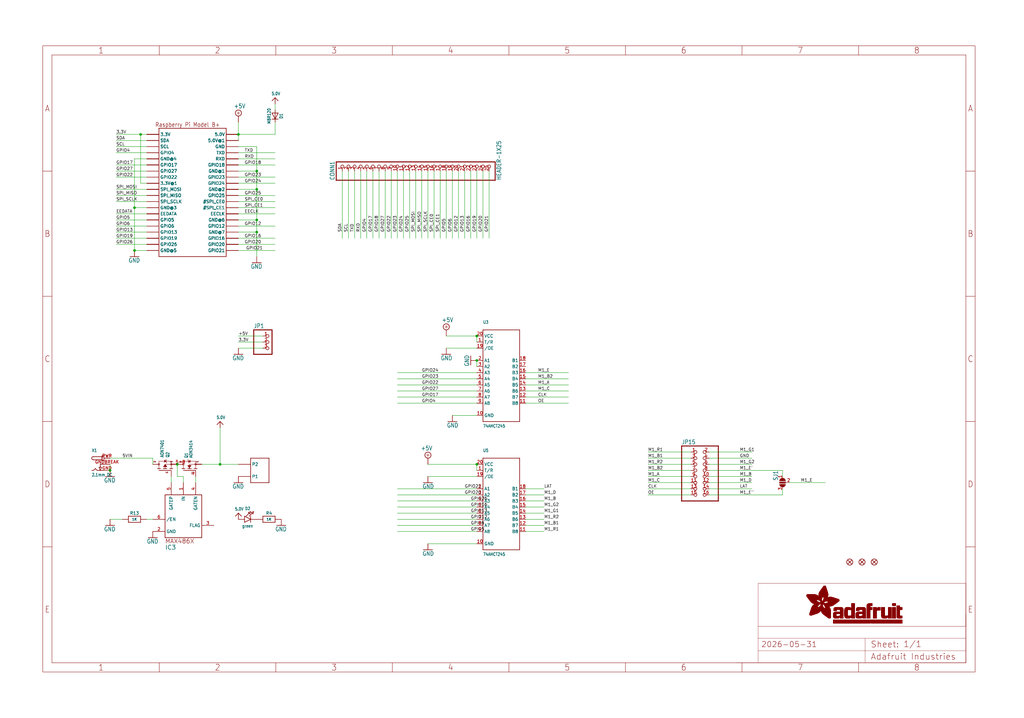
<source format=kicad_sch>
(kicad_sch (version 20230121) (generator eeschema)
  (paper "User" 425.45 298.602)
  (lib_symbols
    (symbol "working-eagle-import:+5V" (power)
      (property "Value" "+5V" (at -1.905 3.175 0))
      (symbol "+5V_1_0"
        (pin power_in line (at 0 -2.54 90) (length 2.54) (name "+5V") (number "1"))
      )
    )
    (symbol "working-eagle-import:5.0V" (power)
      (property "Value" "5.0V" (at -1.524 1.016 0))
      (symbol "5.0V_1_0"
        (pin power_in line (at 0 -2.54 90) (length 2.54) (name "5.0V") (number "1"))
      )
    )
    (symbol "working-eagle-import:74LCX245"
      (property "Reference" "U" (at -7.62 22.86 0))
      (symbol "74LCX245_1_0"
        (pin bidirectional line (at -10.16 15.24 0) (length 2.54) (name "T/R") (number "1"))
        (pin bidirectional line (at -10.16 -15.24 0) (length 2.54) (name "GND") (number "10"))
        (pin bidirectional line (at 10.16 -10.16 180) (length 2.54) (name "B8") (number "11"))
        (pin bidirectional line (at 10.16 -7.62 180) (length 2.54) (name "B7") (number "12"))
        (pin bidirectional line (at 10.16 -5.08 180) (length 2.54) (name "B6") (number "13"))
        (pin bidirectional line (at 10.16 -2.54 180) (length 2.54) (name "B5") (number "14"))
        (pin bidirectional line (at 10.16 0 180) (length 2.54) (name "B4") (number "15"))
        (pin bidirectional line (at 10.16 2.54 180) (length 2.54) (name "B3") (number "16"))
        (pin bidirectional line (at 10.16 5.08 180) (length 2.54) (name "B2") (number "17"))
        (pin bidirectional line (at 10.16 7.62 180) (length 2.54) (name "B1") (number "18"))
        (pin bidirectional line (at -10.16 12.7 0) (length 2.54) (name "/OE") (number "19"))
        (pin bidirectional line (at -10.16 7.62 0) (length 2.54) (name "A1") (number "2"))
        (pin bidirectional line (at -10.16 17.78 0) (length 2.54) (name "VCC") (number "20"))
        (pin bidirectional line (at -10.16 5.08 0) (length 2.54) (name "A2") (number "3"))
        (pin bidirectional line (at -10.16 2.54 0) (length 2.54) (name "A3") (number "4"))
        (pin bidirectional line (at -10.16 0 0) (length 2.54) (name "A4") (number "5"))
        (pin bidirectional line (at -10.16 -2.54 0) (length 2.54) (name "A5") (number "6"))
        (pin bidirectional line (at -10.16 -5.08 0) (length 2.54) (name "A6") (number "7"))
        (pin bidirectional line (at -10.16 -7.62 0) (length 2.54) (name "A7") (number "8"))
        (pin bidirectional line (at -10.16 -10.16 0) (length 2.54) (name "A8") (number "9"))
      )
    )
    (symbol "working-eagle-import:DCBARRELPTH"
      (property "Reference" "X" (at -5.08 5.08 0))
      (symbol "DCBARRELPTH_1_0"
        (pin power_in line (at 2.54 -2.54 180) (length 2.54) (name "GND") (number "GND"))
        (pin power_in line (at 2.54 0 180) (length 2.54) (name "GNDBREAK") (number "GNDBREAK"))
        (pin power_in line (at 2.54 2.54 180) (length 2.54) (name "PWR") (number "PWR"))
      )
    )
    (symbol "working-eagle-import:DIODESOD-123"
      (property "Reference" "D" (at 0 2.54 0))
      (symbol "DIODESOD-123_1_0"
        (pin passive line (at -2.54 0 0) (length 2.54) (name "A") (number "A"))
        (pin passive line (at 2.54 0 180) (length 2.54) (name "C") (number "C"))
      )
    )
    (symbol "working-eagle-import:FIDUCIAL_1MM")
    (symbol "working-eagle-import:FRAME_A3_ADAFRUIT"
      (symbol "FRAME_A3_ADAFRUIT_1_0"
        (text "${#}/${##}" (at 357.505 10.16 0) (effects (font (size 2.54 2.54)) (justify left bottom)))
        (text "${CURRENT_DATE}" (at 298.45 10.16 0) (effects (font (size 2.286 2.286)) (justify left bottom)))
        (text "${PROJECTNAME}" (at 298.45 15.24 0) (effects (font (size 2.54 2.54)) (justify left bottom)))
        (text "1" (at 24.2094 1.905 0) (effects (font (size 2.54 2.286))))
        (text "1" (at 24.2094 258.445 0) (effects (font (size 2.54 2.286))))
        (text "2" (at 72.6281 1.905 0) (effects (font (size 2.54 2.286))))
        (text "2" (at 72.6281 258.445 0) (effects (font (size 2.54 2.286))))
        (text "3" (at 121.0469 1.905 0) (effects (font (size 2.54 2.286))))
        (text "3" (at 121.0469 258.445 0) (effects (font (size 2.54 2.286))))
        (text "4" (at 169.4656 1.905 0) (effects (font (size 2.54 2.286))))
        (text "4" (at 169.4656 258.445 0) (effects (font (size 2.54 2.286))))
        (text "5" (at 217.8844 1.905 0) (effects (font (size 2.54 2.286))))
        (text "5" (at 217.8844 258.445 0) (effects (font (size 2.54 2.286))))
        (text "6" (at 266.3031 1.905 0) (effects (font (size 2.54 2.286))))
        (text "6" (at 266.3031 258.445 0) (effects (font (size 2.54 2.286))))
        (text "7" (at 314.7219 1.905 0) (effects (font (size 2.54 2.286))))
        (text "7" (at 314.7219 258.445 0) (effects (font (size 2.54 2.286))))
        (text "8" (at 363.1406 1.905 0) (effects (font (size 2.54 2.286))))
        (text "8" (at 363.1406 258.445 0) (effects (font (size 2.54 2.286))))
        (text "A" (at 1.905 234.315 0) (effects (font (size 2.54 2.286))))
        (text "A" (at 385.445 234.315 0) (effects (font (size 2.54 2.286))))
        (text "Adafruit Industries" (at 343.916 4.953 0) (effects (font (size 2.54 2.54)) (justify left bottom)))
        (text "B" (at 1.905 182.245 0) (effects (font (size 2.54 2.286))))
        (text "B" (at 385.445 182.245 0) (effects (font (size 2.54 2.286))))
        (text "C" (at 1.905 130.175 0) (effects (font (size 2.54 2.286))))
        (text "C" (at 385.445 130.175 0) (effects (font (size 2.54 2.286))))
        (text "D" (at 1.905 78.105 0) (effects (font (size 2.54 2.286))))
        (text "D" (at 385.445 78.105 0) (effects (font (size 2.54 2.286))))
        (text "E" (at 1.905 26.035 0) (effects (font (size 2.54 2.286))))
        (text "E" (at 385.445 26.035 0) (effects (font (size 2.54 2.286))))
        (text "Sheet:" (at 343.916 10.033 0) (effects (font (size 2.54 2.54)) (justify left bottom)))
      )
    )
    (symbol "working-eagle-import:GND" (power)
      (property "Value" "GND" (at -2.54 -2.54 0))
      (symbol "GND_1_0"
        (pin power_in line (at 0 2.54 270) (length 2.54) (name "GND") (number "1"))
      )
    )
    (symbol "working-eagle-import:HEADER-1X25"
      (property "Reference" "CONN" (at -3.81 33.655 0))
      (symbol "HEADER-1X25_1_0"
        (pin passive inverted (at 0 30.48 0) (length 2.54) (name "1") (number "1"))
        (pin passive inverted (at 0 7.62 0) (length 2.54) (name "10") (number "10"))
        (pin passive inverted (at 0 5.08 0) (length 2.54) (name "11") (number "11"))
        (pin passive inverted (at 0 2.54 0) (length 2.54) (name "12") (number "12"))
        (pin passive inverted (at 0 0 0) (length 2.54) (name "13") (number "13"))
        (pin passive inverted (at 0 -2.54 0) (length 2.54) (name "14") (number "14"))
        (pin passive inverted (at 0 -5.08 0) (length 2.54) (name "15") (number "15"))
        (pin passive inverted (at 0 -7.62 0) (length 2.54) (name "16") (number "16"))
        (pin passive inverted (at 0 -10.16 0) (length 2.54) (name "17") (number "17"))
        (pin passive inverted (at 0 -12.7 0) (length 2.54) (name "18") (number "18"))
        (pin passive inverted (at 0 -15.24 0) (length 2.54) (name "19") (number "19"))
        (pin passive inverted (at 0 27.94 0) (length 2.54) (name "2") (number "2"))
        (pin passive inverted (at 0 -17.78 0) (length 2.54) (name "20") (number "20"))
        (pin passive inverted (at 0 -20.32 0) (length 2.54) (name "21") (number "21"))
        (pin passive inverted (at 0 -22.86 0) (length 2.54) (name "22") (number "22"))
        (pin passive inverted (at 0 -25.4 0) (length 2.54) (name "23") (number "23"))
        (pin passive inverted (at 0 -27.94 0) (length 2.54) (name "24") (number "24"))
        (pin passive inverted (at 0 -30.48 0) (length 2.54) (name "25") (number "25"))
        (pin passive inverted (at 0 25.4 0) (length 2.54) (name "3") (number "3"))
        (pin passive inverted (at 0 22.86 0) (length 2.54) (name "4") (number "4"))
        (pin passive inverted (at 0 20.32 0) (length 2.54) (name "5") (number "5"))
        (pin passive inverted (at 0 17.78 0) (length 2.54) (name "6") (number "6"))
        (pin passive inverted (at 0 15.24 0) (length 2.54) (name "7") (number "7"))
        (pin passive inverted (at 0 12.7 0) (length 2.54) (name "8") (number "8"))
        (pin passive inverted (at 0 10.16 0) (length 2.54) (name "9") (number "9"))
      )
    )
    (symbol "working-eagle-import:HEADER-1X376MIL"
      (property "Reference" "JP" (at -6.35 5.715 0))
      (symbol "HEADER-1X376MIL_1_0"
        (pin passive inverted (at -2.54 2.54 0) (length 2.54) (name "1") (number "1"))
        (pin passive inverted (at -2.54 0 0) (length 2.54) (name "2") (number "2"))
        (pin passive inverted (at -2.54 -2.54 0) (length 2.54) (name "3") (number "3"))
      )
    )
    (symbol "working-eagle-import:HEADER-2X8_SHROUDED"
      (property "Reference" "JP" (at -8.89 10.795 0))
      (symbol "HEADER-2X8_SHROUDED_1_0"
        (pin passive inverted (at -5.08 7.62 0) (length 2.54) (name "1") (number "1"))
        (pin passive inverted (at 2.54 -2.54 180) (length 2.54) (name "10") (number "10"))
        (pin passive inverted (at -5.08 -5.08 0) (length 2.54) (name "11") (number "11"))
        (pin passive inverted (at 2.54 -5.08 180) (length 2.54) (name "12") (number "12"))
        (pin passive inverted (at -5.08 -7.62 0) (length 2.54) (name "13") (number "13"))
        (pin passive inverted (at 2.54 -7.62 180) (length 2.54) (name "14") (number "14"))
        (pin passive inverted (at -5.08 -10.16 0) (length 2.54) (name "15") (number "15"))
        (pin passive inverted (at 2.54 -10.16 180) (length 2.54) (name "16") (number "16"))
        (pin passive inverted (at 2.54 7.62 180) (length 2.54) (name "2") (number "2"))
        (pin passive inverted (at -5.08 5.08 0) (length 2.54) (name "3") (number "3"))
        (pin passive inverted (at 2.54 5.08 180) (length 2.54) (name "4") (number "4"))
        (pin passive inverted (at -5.08 2.54 0) (length 2.54) (name "5") (number "5"))
        (pin passive inverted (at 2.54 2.54 180) (length 2.54) (name "6") (number "6"))
        (pin passive inverted (at -5.08 0 0) (length 2.54) (name "7") (number "7"))
        (pin passive inverted (at 2.54 0 180) (length 2.54) (name "8") (number "8"))
        (pin passive inverted (at -5.08 -2.54 0) (length 2.54) (name "9") (number "9"))
      )
    )
    (symbol "working-eagle-import:LED0805_NOOUTLINE"
      (property "Reference" "D" (at -1.27 4.445 0))
      (symbol "LED0805_NOOUTLINE_1_0"
        (pin passive line (at -5.08 0 0) (length 2.54) (name "A") (number "A"))
        (pin passive line (at 2.54 0 180) (length 2.54) (name "C") (number "C"))
      )
    )
    (symbol "working-eagle-import:MAX486X/SOT"
      (property "Reference" "IC" (at -7.62 -15.24 0))
      (symbol "MAX486X/SOT_1_0"
        (text "MAX486X" (at -7.62 -12.7 0) (effects (font (size 1.778 1.778)) (justify left bottom)))
        (pin input line (at 0 12.7 270) (length 5.08) (name "IN") (number "1"))
        (pin power_in line (at -12.7 -7.62 0) (length 5.08) (name "GND") (number "2"))
        (pin output line (at 12.7 -5.08 180) (length 5.08) (name "FLAG") (number "3"))
        (pin output line (at 5.08 12.7 270) (length 5.08) (name "GATEN") (number "4"))
        (pin output line (at -5.08 12.7 270) (length 5.08) (name "GATEP") (number "5"))
        (pin input line (at -12.7 -2.54 0) (length 5.08) (name "/EN") (number "6"))
      )
    )
    (symbol "working-eagle-import:MOSFET-NPOWERPAK-1212-8"
      (property "Reference" "Q" (at 5.08 0.635 0))
      (symbol "MOSFET-NPOWERPAK-1212-8_1_0"
        (text "D" (at 3.175 3.175 0) (effects (font (size 0.8128 0.6908)) (justify left bottom)))
        (text "G" (at -1.27 -1.905 0) (effects (font (size 0.8128 0.6908)) (justify left bottom)))
        (text "S" (at 3.175 -3.81 0) (effects (font (size 0.8128 0.6908)) (justify left bottom)))
        (pin bidirectional line (at 2.54 -5.08 90) (length 2.54) (name "S") (number "1"))
        (pin bidirectional line (at 2.54 -5.08 90) (length 2.54) (name "S") (number "2"))
        (pin bidirectional line (at 2.54 -5.08 90) (length 2.54) (name "S") (number "3"))
        (pin bidirectional line (at -2.54 -2.54 0) (length 2.54) (name "G") (number "4"))
        (pin bidirectional line (at 2.54 5.08 270) (length 2.54) (name "D") (number "5-8"))
      )
    )
    (symbol "working-eagle-import:MOSFET-P-POWERDI3333"
      (property "Reference" "Q" (at 2.794 0.381 0))
      (symbol "MOSFET-P-POWERDI3333_1_0"
        (text "D" (at 0.635 -3.81 0) (effects (font (size 0.8128 0.6908)) (justify left bottom)))
        (text "G" (at -3.81 1.27 0) (effects (font (size 0.8128 0.6908)) (justify left bottom)))
        (text "S" (at 0.635 3.175 0) (effects (font (size 0.8128 0.6908)) (justify left bottom)))
        (pin passive line (at 0 5.08 270) (length 2.54) (name "S") (number "1"))
        (pin passive line (at 0 5.08 270) (length 2.54) (name "S") (number "2"))
        (pin passive line (at 0 5.08 270) (length 2.54) (name "S") (number "3"))
        (pin passive line (at -5.08 2.54 0) (length 2.54) (name "G") (number "4"))
        (pin passive line (at 0 -5.08 90) (length 2.54) (name "D") (number "5678"))
      )
    )
    (symbol "working-eagle-import:PINHEAD"
      (symbol "PINHEAD_1_0"
        (pin bidirectional line (at 7.62 2.54 180) (length 5.08) (name "P1") (number "P$3"))
        (pin bidirectional line (at 7.62 -2.54 180) (length 5.08) (name "P2") (number "P$4"))
      )
    )
    (symbol "working-eagle-import:RASPBERRYPI_BPLUS_BONNET_THMSMT"
      (symbol "RASPBERRYPI_BPLUS_BONNET_THMSMT_1_0"
        (text "Raspberry Pi Model B+" (at 12.7 25.4 0) (effects (font (size 1.778 1.5113)) (justify right top)))
        (pin power_in line (at -17.78 20.32 0) (length 5.08) (name "3.3V") (number "1"))
        (pin bidirectional line (at 20.32 10.16 180) (length 5.08) (name "RXD") (number "10"))
        (pin bidirectional line (at -17.78 7.62 0) (length 5.08) (name "GPIO17") (number "11"))
        (pin bidirectional line (at 20.32 7.62 180) (length 5.08) (name "GPIO18") (number "12"))
        (pin bidirectional line (at -17.78 5.08 0) (length 5.08) (name "GPIO27") (number "13"))
        (pin power_in line (at 20.32 5.08 180) (length 5.08) (name "GND@1") (number "14"))
        (pin bidirectional line (at -17.78 2.54 0) (length 5.08) (name "GPIO22") (number "15"))
        (pin bidirectional line (at 20.32 2.54 180) (length 5.08) (name "GPIO23") (number "16"))
        (pin power_in line (at -17.78 0 0) (length 5.08) (name "3.3V@1") (number "17"))
        (pin bidirectional line (at 20.32 0 180) (length 5.08) (name "GPIO24") (number "18"))
        (pin bidirectional line (at -17.78 -2.54 0) (length 5.08) (name "SPI_MOSI") (number "19"))
        (pin power_in line (at 20.32 20.32 180) (length 5.08) (name "5.0V") (number "2"))
        (pin power_in line (at 20.32 -2.54 180) (length 5.08) (name "GND@2") (number "20"))
        (pin bidirectional line (at -17.78 -5.08 0) (length 5.08) (name "SPI_MISO") (number "21"))
        (pin bidirectional line (at 20.32 -5.08 180) (length 5.08) (name "GPIO25") (number "22"))
        (pin bidirectional line (at -17.78 -7.62 0) (length 5.08) (name "SPI_SCLK") (number "23"))
        (pin bidirectional line (at 20.32 -7.62 180) (length 5.08) (name "#SPI_CE0") (number "24"))
        (pin power_in line (at -17.78 -10.16 0) (length 5.08) (name "GND@3") (number "25"))
        (pin bidirectional line (at 20.32 -10.16 180) (length 5.08) (name "#SPI_CE1") (number "26"))
        (pin bidirectional line (at -17.78 -12.7 0) (length 5.08) (name "EEDATA") (number "27"))
        (pin bidirectional line (at 20.32 -12.7 180) (length 5.08) (name "EECLK") (number "28"))
        (pin bidirectional line (at -17.78 -15.24 0) (length 5.08) (name "GPIO5") (number "29"))
        (pin bidirectional line (at -17.78 17.78 0) (length 5.08) (name "SDA") (number "3"))
        (pin power_in line (at 20.32 -15.24 180) (length 5.08) (name "GND@6") (number "30"))
        (pin bidirectional line (at -17.78 -17.78 0) (length 5.08) (name "GPIO6") (number "31"))
        (pin bidirectional line (at 20.32 -17.78 180) (length 5.08) (name "GPIO12") (number "32"))
        (pin bidirectional line (at -17.78 -20.32 0) (length 5.08) (name "GPIO13") (number "33"))
        (pin power_in line (at 20.32 -20.32 180) (length 5.08) (name "GND@7") (number "34"))
        (pin bidirectional line (at -17.78 -22.86 0) (length 5.08) (name "GPIO19") (number "35"))
        (pin bidirectional line (at 20.32 -22.86 180) (length 5.08) (name "GPIO16") (number "36"))
        (pin bidirectional line (at -17.78 -25.4 0) (length 5.08) (name "GPIO26") (number "37"))
        (pin bidirectional line (at 20.32 -25.4 180) (length 5.08) (name "GPIO20") (number "38"))
        (pin power_in line (at -17.78 -27.94 0) (length 5.08) (name "GND@5") (number "39"))
        (pin power_in line (at 20.32 17.78 180) (length 5.08) (name "5.0V@1") (number "4"))
        (pin bidirectional line (at 20.32 -27.94 180) (length 5.08) (name "GPIO21") (number "40"))
        (pin bidirectional line (at -17.78 15.24 0) (length 5.08) (name "SCL") (number "5"))
        (pin power_in line (at 20.32 15.24 180) (length 5.08) (name "GND") (number "6"))
        (pin bidirectional line (at -17.78 12.7 0) (length 5.08) (name "GPIO4") (number "7"))
        (pin bidirectional line (at 20.32 12.7 180) (length 5.08) (name "TXD") (number "8"))
        (pin power_in line (at -17.78 10.16 0) (length 5.08) (name "GND@4") (number "9"))
        (pin power_in line (at -17.78 20.32 0) (length 5.08) (name "3.3V") (number "S1"))
        (pin bidirectional line (at 20.32 10.16 180) (length 5.08) (name "RXD") (number "S10"))
        (pin bidirectional line (at -17.78 7.62 0) (length 5.08) (name "GPIO17") (number "S11"))
        (pin bidirectional line (at 20.32 7.62 180) (length 5.08) (name "GPIO18") (number "S12"))
        (pin bidirectional line (at -17.78 5.08 0) (length 5.08) (name "GPIO27") (number "S13"))
        (pin power_in line (at 20.32 5.08 180) (length 5.08) (name "GND@1") (number "S14"))
        (pin bidirectional line (at -17.78 2.54 0) (length 5.08) (name "GPIO22") (number "S15"))
        (pin bidirectional line (at 20.32 2.54 180) (length 5.08) (name "GPIO23") (number "S16"))
        (pin power_in line (at -17.78 0 0) (length 5.08) (name "3.3V@1") (number "S17"))
        (pin bidirectional line (at 20.32 0 180) (length 5.08) (name "GPIO24") (number "S18"))
        (pin bidirectional line (at -17.78 -2.54 0) (length 5.08) (name "SPI_MOSI") (number "S19"))
        (pin power_in line (at 20.32 20.32 180) (length 5.08) (name "5.0V") (number "S2"))
        (pin power_in line (at 20.32 -2.54 180) (length 5.08) (name "GND@2") (number "S20"))
        (pin bidirectional line (at -17.78 -5.08 0) (length 5.08) (name "SPI_MISO") (number "S21"))
        (pin bidirectional line (at 20.32 -5.08 180) (length 5.08) (name "GPIO25") (number "S22"))
        (pin bidirectional line (at -17.78 -7.62 0) (length 5.08) (name "SPI_SCLK") (number "S23"))
        (pin bidirectional line (at 20.32 -7.62 180) (length 5.08) (name "#SPI_CE0") (number "S24"))
        (pin power_in line (at -17.78 -10.16 0) (length 5.08) (name "GND@3") (number "S25"))
        (pin bidirectional line (at 20.32 -10.16 180) (length 5.08) (name "#SPI_CE1") (number "S26"))
        (pin bidirectional line (at -17.78 -12.7 0) (length 5.08) (name "EEDATA") (number "S27"))
        (pin bidirectional line (at 20.32 -12.7 180) (length 5.08) (name "EECLK") (number "S28"))
        (pin bidirectional line (at -17.78 -15.24 0) (length 5.08) (name "GPIO5") (number "S29"))
        (pin bidirectional line (at -17.78 17.78 0) (length 5.08) (name "SDA") (number "S3"))
        (pin power_in line (at 20.32 -15.24 180) (length 5.08) (name "GND@6") (number "S30"))
        (pin bidirectional line (at -17.78 -17.78 0) (length 5.08) (name "GPIO6") (number "S31"))
        (pin bidirectional line (at 20.32 -17.78 180) (length 5.08) (name "GPIO12") (number "S32"))
        (pin bidirectional line (at -17.78 -20.32 0) (length 5.08) (name "GPIO13") (number "S33"))
        (pin power_in line (at 20.32 -20.32 180) (length 5.08) (name "GND@7") (number "S34"))
        (pin bidirectional line (at -17.78 -22.86 0) (length 5.08) (name "GPIO19") (number "S35"))
        (pin bidirectional line (at 20.32 -22.86 180) (length 5.08) (name "GPIO16") (number "S36"))
        (pin bidirectional line (at -17.78 -25.4 0) (length 5.08) (name "GPIO26") (number "S37"))
        (pin bidirectional line (at 20.32 -25.4 180) (length 5.08) (name "GPIO20") (number "S38"))
        (pin power_in line (at -17.78 -27.94 0) (length 5.08) (name "GND@5") (number "S39"))
        (pin power_in line (at 20.32 17.78 180) (length 5.08) (name "5.0V@1") (number "S4"))
        (pin bidirectional line (at 20.32 -27.94 180) (length 5.08) (name "GPIO21") (number "S40"))
        (pin bidirectional line (at -17.78 15.24 0) (length 5.08) (name "SCL") (number "S5"))
        (pin power_in line (at 20.32 15.24 180) (length 5.08) (name "GND") (number "S6"))
        (pin bidirectional line (at -17.78 12.7 0) (length 5.08) (name "GPIO4") (number "S7"))
        (pin bidirectional line (at 20.32 12.7 180) (length 5.08) (name "TXD") (number "S8"))
        (pin power_in line (at -17.78 10.16 0) (length 5.08) (name "GND@4") (number "S9"))
      )
    )
    (symbol "working-eagle-import:RESISTOR0805_NOOUTLINE"
      (property "Reference" "R" (at 0 2.54 0))
      (symbol "RESISTOR0805_NOOUTLINE_1_0"
        (pin passive line (at -5.08 0 0) (length 2.54) (name "1") (number "1"))
        (pin passive line (at 5.08 0 180) (length 2.54) (name "2") (number "2"))
      )
    )
    (symbol "working-eagle-import:SOLDERJUMPER_2WAY"
      (property "Reference" "SJ" (at -5.08 -3.81 0))
      (symbol "SOLDERJUMPER_2WAY_1_0"
        (pin passive line (at -2.54 0 0) (length 0) (name "1") (number "1"))
        (pin passive line (at 0 2.54 270) (length 0) (name "2") (number "2"))
        (pin passive line (at 2.54 0 180) (length 0) (name "3") (number "3"))
      )
    )
  )
  (junction (at 106.68 96.52))
  (junction (at 91.44 193.04))
  (junction (at 198.12 193.04))
  (junction (at 58.42 55.88))
  (junction (at 106.68 78.74))
  (junction (at 55.88 104.14))
  (junction (at 73.66 193.04))
  (junction (at 106.68 91.44))
  (junction (at 55.88 86.36))
  (junction (at 106.68 71.12))
  (junction (at 198.12 149.86))
  (junction (at 99.06 55.88))
  (junction (at 198.12 139.7))
  (junction (at 45.72 195.58))
  (wire (pts (xy 48.26 93.98) (xy 60.96 93.98)) (stroke (width 0.1524)))
  (wire (pts (xy 165.1 71.12) (xy 165.1 99.06)) (stroke (width 0.1524)))
  (wire (pts (xy 73.66 198.12) (xy 76.2 198.12)) (stroke (width 0.1524)))
  (wire (pts (xy 198.12 220.98) (xy 165.1 220.98)) (stroke (width 0.1524)))
  (wire (pts (xy 312.42 187.96) (xy 294.64 187.96)) (stroke (width 0.1524)))
  (wire (pts (xy 81.28 198.12) (xy 81.28 200.66)) (stroke (width 0.1524)))
  (wire (pts (xy 58.42 76.2) (xy 58.42 55.88)) (stroke (width 0.1524)))
  (wire (pts (xy 55.88 86.36) (xy 55.88 104.14)) (stroke (width 0.1524)))
  (wire (pts (xy 193.04 99.06) (xy 193.04 71.12)) (stroke (width 0.1524)))
  (wire (pts (xy 45.72 190.5) (xy 63.5 190.5)) (stroke (width 0.1524)))
  (wire (pts (xy 226.06 215.9) (xy 218.44 215.9)) (stroke (width 0.1524)))
  (wire (pts (xy 58.42 55.88) (xy 48.26 55.88)) (stroke (width 0.1524)))
  (wire (pts (xy 198.12 218.44) (xy 165.1 218.44)) (stroke (width 0.1524)))
  (wire (pts (xy 152.4 71.12) (xy 152.4 99.06)) (stroke (width 0.1524)))
  (wire (pts (xy 71.12 198.12) (xy 71.12 200.66)) (stroke (width 0.1524)))
  (wire (pts (xy 165.1 162.56) (xy 198.12 162.56)) (stroke (width 0.1524)))
  (wire (pts (xy 187.96 99.06) (xy 187.96 71.12)) (stroke (width 0.1524)))
  (wire (pts (xy 198.12 210.82) (xy 165.1 210.82)) (stroke (width 0.1524)))
  (wire (pts (xy 198.12 165.1) (xy 165.1 165.1)) (stroke (width 0.1524)))
  (wire (pts (xy 99.06 86.36) (xy 114.3 86.36)) (stroke (width 0.1524)))
  (wire (pts (xy 294.64 205.74) (xy 325.12 205.74)) (stroke (width 0.1524)))
  (wire (pts (xy 177.8 226.06) (xy 198.12 226.06)) (stroke (width 0.1524)))
  (wire (pts (xy 165.1 160.02) (xy 198.12 160.02)) (stroke (width 0.1524)))
  (wire (pts (xy 165.1 215.9) (xy 198.12 215.9)) (stroke (width 0.1524)))
  (wire (pts (xy 60.96 68.58) (xy 48.26 68.58)) (stroke (width 0.1524)))
  (wire (pts (xy 177.8 99.06) (xy 177.8 71.12)) (stroke (width 0.1524)))
  (wire (pts (xy 294.64 190.5) (xy 312.42 190.5)) (stroke (width 0.1524)))
  (wire (pts (xy 218.44 154.94) (xy 236.22 154.94)) (stroke (width 0.1524)))
  (wire (pts (xy 48.26 71.12) (xy 60.96 71.12)) (stroke (width 0.1524)))
  (wire (pts (xy 45.72 193.04) (xy 45.72 195.58)) (stroke (width 0.1524)))
  (wire (pts (xy 63.5 193.04) (xy 63.5 190.5)) (stroke (width 0.1524)))
  (wire (pts (xy 236.22 157.48) (xy 218.44 157.48)) (stroke (width 0.1524)))
  (wire (pts (xy 60.96 88.9) (xy 48.26 88.9)) (stroke (width 0.1524)))
  (wire (pts (xy 60.96 63.5) (xy 48.26 63.5)) (stroke (width 0.1524)))
  (wire (pts (xy 198.12 157.48) (xy 165.1 157.48)) (stroke (width 0.1524)))
  (wire (pts (xy 106.68 96.52) (xy 106.68 106.68)) (stroke (width 0.1524)))
  (wire (pts (xy 287.02 193.04) (xy 269.24 193.04)) (stroke (width 0.1524)))
  (wire (pts (xy 99.06 73.66) (xy 114.3 73.66)) (stroke (width 0.1524)))
  (wire (pts (xy 160.02 71.12) (xy 160.02 99.06)) (stroke (width 0.1524)))
  (wire (pts (xy 48.26 83.82) (xy 60.96 83.82)) (stroke (width 0.1524)))
  (wire (pts (xy 294.64 195.58) (xy 325.12 195.58)) (stroke (width 0.1524)))
  (wire (pts (xy 198.12 149.86) (xy 198.12 152.4)) (stroke (width 0.1524)))
  (wire (pts (xy 180.34 71.12) (xy 180.34 99.06)) (stroke (width 0.1524)))
  (wire (pts (xy 185.42 139.7) (xy 198.12 139.7)) (stroke (width 0.1524)))
  (wire (pts (xy 99.06 81.28) (xy 114.3 81.28)) (stroke (width 0.1524)))
  (wire (pts (xy 99.06 78.74) (xy 106.68 78.74)) (stroke (width 0.1524)))
  (wire (pts (xy 198.12 99.06) (xy 198.12 71.12)) (stroke (width 0.1524)))
  (wire (pts (xy 269.24 190.5) (xy 287.02 190.5)) (stroke (width 0.1524)))
  (wire (pts (xy 182.88 99.06) (xy 182.88 71.12)) (stroke (width 0.1524)))
  (wire (pts (xy 99.06 96.52) (xy 106.68 96.52)) (stroke (width 0.1524)))
  (wire (pts (xy 106.68 71.12) (xy 106.68 78.74)) (stroke (width 0.1524)))
  (wire (pts (xy 195.58 71.12) (xy 195.58 99.06)) (stroke (width 0.1524)))
  (wire (pts (xy 218.44 203.2) (xy 226.06 203.2)) (stroke (width 0.1524)))
  (wire (pts (xy 198.12 154.94) (xy 165.1 154.94)) (stroke (width 0.1524)))
  (wire (pts (xy 312.42 198.12) (xy 294.64 198.12)) (stroke (width 0.1524)))
  (wire (pts (xy 55.88 86.36) (xy 60.96 86.36)) (stroke (width 0.1524)))
  (wire (pts (xy 325.12 195.58) (xy 325.12 198.12)) (stroke (width 0.1524)))
  (wire (pts (xy 203.2 99.06) (xy 203.2 71.12)) (stroke (width 0.1524)))
  (wire (pts (xy 99.06 76.2) (xy 114.3 76.2)) (stroke (width 0.1524)))
  (wire (pts (xy 312.42 203.2) (xy 294.64 203.2)) (stroke (width 0.1524)))
  (wire (pts (xy 269.24 195.58) (xy 287.02 195.58)) (stroke (width 0.1524)))
  (wire (pts (xy 76.2 198.12) (xy 76.2 200.66)) (stroke (width 0.1524)))
  (wire (pts (xy 99.06 144.78) (xy 109.22 144.78)) (stroke (width 0.1524)))
  (wire (pts (xy 177.8 198.12) (xy 198.12 198.12)) (stroke (width 0.1524)))
  (wire (pts (xy 287.02 198.12) (xy 269.24 198.12)) (stroke (width 0.1524)))
  (wire (pts (xy 58.42 76.2) (xy 60.96 76.2)) (stroke (width 0.1524)))
  (wire (pts (xy 198.12 203.2) (xy 165.1 203.2)) (stroke (width 0.1524)))
  (wire (pts (xy 48.26 99.06) (xy 60.96 99.06)) (stroke (width 0.1524)))
  (wire (pts (xy 144.78 99.06) (xy 144.78 71.12)) (stroke (width 0.1524)))
  (wire (pts (xy 48.26 81.28) (xy 60.96 81.28)) (stroke (width 0.1524)))
  (wire (pts (xy 269.24 205.74) (xy 287.02 205.74)) (stroke (width 0.1524)))
  (wire (pts (xy 99.06 139.7) (xy 109.22 139.7)) (stroke (width 0.1524)))
  (wire (pts (xy 60.96 215.9) (xy 63.5 215.9)) (stroke (width 0.1524)))
  (wire (pts (xy 50.8 215.9) (xy 45.72 215.9)) (stroke (width 0.1524)))
  (wire (pts (xy 99.06 88.9) (xy 114.3 88.9)) (stroke (width 0.1524)))
  (wire (pts (xy 226.06 210.82) (xy 218.44 210.82)) (stroke (width 0.1524)))
  (wire (pts (xy 99.06 104.14) (xy 114.3 104.14)) (stroke (width 0.1524)))
  (wire (pts (xy 114.3 50.8) (xy 114.3 55.88)) (stroke (width 0.1524)))
  (wire (pts (xy 200.66 71.12) (xy 200.66 99.06)) (stroke (width 0.1524)))
  (wire (pts (xy 106.68 60.96) (xy 106.68 71.12)) (stroke (width 0.1524)))
  (wire (pts (xy 60.96 58.42) (xy 48.26 58.42)) (stroke (width 0.1524)))
  (wire (pts (xy 218.44 160.02) (xy 236.22 160.02)) (stroke (width 0.1524)))
  (wire (pts (xy 99.06 71.12) (xy 106.68 71.12)) (stroke (width 0.1524)))
  (wire (pts (xy 165.1 205.74) (xy 198.12 205.74)) (stroke (width 0.1524)))
  (wire (pts (xy 99.06 55.88) (xy 114.3 55.88)) (stroke (width 0.1524)))
  (wire (pts (xy 269.24 200.66) (xy 287.02 200.66)) (stroke (width 0.1524)))
  (wire (pts (xy 170.18 71.12) (xy 170.18 99.06)) (stroke (width 0.1524)))
  (wire (pts (xy 154.94 99.06) (xy 154.94 71.12)) (stroke (width 0.1524)))
  (wire (pts (xy 218.44 213.36) (xy 226.06 213.36)) (stroke (width 0.1524)))
  (wire (pts (xy 99.06 99.06) (xy 114.3 99.06)) (stroke (width 0.1524)))
  (wire (pts (xy 185.42 71.12) (xy 185.42 99.06)) (stroke (width 0.1524)))
  (wire (pts (xy 287.02 187.96) (xy 269.24 187.96)) (stroke (width 0.1524)))
  (wire (pts (xy 218.44 165.1) (xy 236.22 165.1)) (stroke (width 0.1524)))
  (wire (pts (xy 177.8 193.04) (xy 198.12 193.04)) (stroke (width 0.1524)))
  (wire (pts (xy 99.06 83.82) (xy 114.3 83.82)) (stroke (width 0.1524)))
  (wire (pts (xy 91.44 193.04) (xy 91.44 177.8)) (stroke (width 0.1524)))
  (wire (pts (xy 226.06 205.74) (xy 218.44 205.74)) (stroke (width 0.1524)))
  (wire (pts (xy 187.96 172.72) (xy 198.12 172.72)) (stroke (width 0.1524)))
  (wire (pts (xy 48.26 96.52) (xy 60.96 96.52)) (stroke (width 0.1524)))
  (wire (pts (xy 226.06 220.98) (xy 218.44 220.98)) (stroke (width 0.1524)))
  (wire (pts (xy 60.96 55.88) (xy 58.42 55.88)) (stroke (width 0.1524)))
  (wire (pts (xy 167.64 99.06) (xy 167.64 71.12)) (stroke (width 0.1524)))
  (wire (pts (xy 162.56 99.06) (xy 162.56 71.12)) (stroke (width 0.1524)))
  (wire (pts (xy 149.86 99.06) (xy 149.86 71.12)) (stroke (width 0.1524)))
  (wire (pts (xy 147.32 71.12) (xy 147.32 99.06)) (stroke (width 0.1524)))
  (wire (pts (xy 91.44 193.04) (xy 99.06 193.04)) (stroke (width 0.1524)))
  (wire (pts (xy 99.06 60.96) (xy 106.68 60.96)) (stroke (width 0.1524)))
  (wire (pts (xy 175.26 71.12) (xy 175.26 99.06)) (stroke (width 0.1524)))
  (wire (pts (xy 83.82 193.04) (xy 91.44 193.04)) (stroke (width 0.1524)))
  (wire (pts (xy 294.64 200.66) (xy 312.42 200.66)) (stroke (width 0.1524)))
  (wire (pts (xy 327.66 200.66) (xy 342.9 200.66)) (stroke (width 0.1524)))
  (wire (pts (xy 106.68 78.74) (xy 106.68 91.44)) (stroke (width 0.1524)))
  (wire (pts (xy 99.06 58.42) (xy 99.06 55.88)) (stroke (width 0.1524)))
  (wire (pts (xy 99.06 91.44) (xy 106.68 91.44)) (stroke (width 0.1524)))
  (wire (pts (xy 172.72 99.06) (xy 172.72 71.12)) (stroke (width 0.1524)))
  (wire (pts (xy 106.68 91.44) (xy 106.68 96.52)) (stroke (width 0.1524)))
  (wire (pts (xy 99.06 93.98) (xy 114.3 93.98)) (stroke (width 0.1524)))
  (wire (pts (xy 218.44 167.64) (xy 236.22 167.64)) (stroke (width 0.1524)))
  (wire (pts (xy 226.06 208.28) (xy 218.44 208.28)) (stroke (width 0.1524)))
  (wire (pts (xy 287.02 203.2) (xy 269.24 203.2)) (stroke (width 0.1524)))
  (wire (pts (xy 236.22 162.56) (xy 218.44 162.56)) (stroke (width 0.1524)))
  (wire (pts (xy 99.06 50.8) (xy 99.06 55.88)) (stroke (width 0.1524)))
  (wire (pts (xy 198.12 208.28) (xy 165.1 208.28)) (stroke (width 0.1524)))
  (wire (pts (xy 218.44 218.44) (xy 226.06 218.44)) (stroke (width 0.1524)))
  (wire (pts (xy 114.3 43.18) (xy 114.3 45.72)) (stroke (width 0.1524)))
  (wire (pts (xy 99.06 68.58) (xy 114.3 68.58)) (stroke (width 0.1524)))
  (wire (pts (xy 198.12 167.64) (xy 165.1 167.64)) (stroke (width 0.1524)))
  (wire (pts (xy 55.88 86.36) (xy 55.88 66.04)) (stroke (width 0.1524)))
  (wire (pts (xy 157.48 99.06) (xy 157.48 71.12)) (stroke (width 0.1524)))
  (wire (pts (xy 325.12 203.2) (xy 325.12 205.74)) (stroke (width 0.1524)))
  (wire (pts (xy 99.06 101.6) (xy 114.3 101.6)) (stroke (width 0.1524)))
  (wire (pts (xy 48.26 78.74) (xy 60.96 78.74)) (stroke (width 0.1524)))
  (wire (pts (xy 198.12 195.58) (xy 198.12 193.04)) (stroke (width 0.1524)))
  (wire (pts (xy 185.42 144.78) (xy 198.12 144.78)) (stroke (width 0.1524)))
  (wire (pts (xy 114.3 66.04) (xy 99.06 66.04)) (stroke (width 0.1524)))
  (wire (pts (xy 109.22 142.24) (xy 99.06 142.24)) (stroke (width 0.1524)))
  (wire (pts (xy 73.66 193.04) (xy 73.66 198.12)) (stroke (width 0.1524)))
  (wire (pts (xy 198.12 213.36) (xy 165.1 213.36)) (stroke (width 0.1524)))
  (wire (pts (xy 60.96 73.66) (xy 48.26 73.66)) (stroke (width 0.1524)))
  (wire (pts (xy 142.24 71.12) (xy 142.24 99.06)) (stroke (width 0.1524)))
  (wire (pts (xy 55.88 66.04) (xy 60.96 66.04)) (stroke (width 0.1524)))
  (wire (pts (xy 99.06 63.5) (xy 114.3 63.5)) (stroke (width 0.1524)))
  (wire (pts (xy 48.26 101.6) (xy 60.96 101.6)) (stroke (width 0.1524)))
  (wire (pts (xy 312.42 193.04) (xy 294.64 193.04)) (stroke (width 0.1524)))
  (wire (pts (xy 60.96 104.14) (xy 55.88 104.14)) (stroke (width 0.1524)))
  (wire (pts (xy 198.12 142.24) (xy 198.12 139.7)) (stroke (width 0.1524)))
  (wire (pts (xy 60.96 60.96) (xy 48.26 60.96)) (stroke (width 0.1524)))
  (wire (pts (xy 190.5 71.12) (xy 190.5 99.06)) (stroke (width 0.1524)))
  (wire (pts (xy 48.26 91.44) (xy 60.96 91.44)) (stroke (width 0.1524)))
  (label "SPI_SCLK" (at 177.8 96.52 90) (effects (font (size 1.2446 1.2446))))
  (label "M1_B" (at 307.34 198.12 0) (effects (font (size 1.2446 1.2446))))
  (label "GPIO6" (at 187.96 96.52 90) (effects (font (size 1.2446 1.2446))))
  (label "GPIO26" (at 195.58 208.28 0) (effects (font (size 1.2446 1.2446))))
  (label "EECLK" (at 101.6 88.9 0) (effects (font (size 1.2446 1.2446))))
  (label "M1_G1" (at 226.06 213.36 0) (effects (font (size 1.2446 1.2446))))
  (label "M1_G2" (at 226.06 210.82 0) (effects (font (size 1.2446 1.2446))))
  (label "GPIO5" (at 48.26 91.44 0) (effects (font (size 1.2446 1.2446))))
  (label "CLK" (at 223.52 165.1 0) (effects (font (size 1.2446 1.2446))))
  (label "LAT" (at 226.06 203.2 0) (effects (font (size 1.2446 1.2446))))
  (label "GPIO5" (at 195.58 220.98 0) (effects (font (size 1.2446 1.2446))))
  (label "M1_G2" (at 307.34 193.04 0) (effects (font (size 1.2446 1.2446))))
  (label "GPIO23" (at 165.1 96.52 90) (effects (font (size 1.2446 1.2446))))
  (label "RXD" (at 101.6 66.04 0) (effects (font (size 1.2446 1.2446))))
  (label "3.3V" (at 99.06 142.24 0) (effects (font (size 1.2446 1.2446))))
  (label "SPI_CE0" (at 101.6 83.82 0) (effects (font (size 1.2446 1.2446))))
  (label "SDA" (at 142.24 96.52 90) (effects (font (size 1.2446 1.2446))))
  (label "GPIO22" (at 162.56 96.52 90) (effects (font (size 1.2446 1.2446))))
  (label "GPIO25" (at 101.6 81.28 0) (effects (font (size 1.2446 1.2446))))
  (label "M1_C" (at 223.52 162.56 0) (effects (font (size 1.2446 1.2446))))
  (label "GPIO13" (at 195.58 213.36 0) (effects (font (size 1.2446 1.2446))))
  (label "GPIO4" (at 48.26 63.5 0) (effects (font (size 1.2446 1.2446))))
  (label "LAT" (at 307.34 203.2 0) (effects (font (size 1.2446 1.2446))))
  (label "+5V" (at 99.06 139.7 0) (effects (font (size 1.2446 1.2446))))
  (label "SPI_CE0" (at 180.34 96.52 90) (effects (font (size 1.2446 1.2446))))
  (label "GPIO6" (at 195.58 218.44 0) (effects (font (size 1.2446 1.2446))))
  (label "GPIO16" (at 195.58 96.52 90) (effects (font (size 1.2446 1.2446))))
  (label "GPIO17" (at 175.26 165.1 0) (effects (font (size 1.2446 1.2446))))
  (label "GPIO20" (at 200.66 96.52 90) (effects (font (size 1.2446 1.2446))))
  (label "GPIO21" (at 203.2 96.52 90) (effects (font (size 1.2446 1.2446))))
  (label "GPIO21" (at 102.235 104.14 0) (effects (font (size 1.2446 1.2446))))
  (label "M1_R1" (at 269.24 187.96 0) (effects (font (size 1.2446 1.2446))))
  (label "M1_D" (at 307.34 200.66 0) (effects (font (size 1.2446 1.2446))))
  (label "GPIO19" (at 198.12 96.52 90) (effects (font (size 1.2446 1.2446))))
  (label "GPIO6" (at 48.26 93.98 0) (effects (font (size 1.2446 1.2446))))
  (label "EEDATA" (at 48.26 88.9 0) (effects (font (size 1.2446 1.2446))))
  (label "M1_E" (at 332.74 200.66 0) (effects (font (size 1.2446 1.2446))))
  (label "M1_R1" (at 226.06 220.98 0) (effects (font (size 1.2446 1.2446))))
  (label "GPIO13" (at 193.04 96.52 90) (effects (font (size 1.2446 1.2446))))
  (label "M1_D" (at 226.06 205.74 0) (effects (font (size 1.2446 1.2446))))
  (label "GPIO20" (at 101.6 101.6 0) (effects (font (size 1.2446 1.2446))))
  (label "GPIO16" (at 195.58 210.82 0) (effects (font (size 1.2446 1.2446))))
  (label "GPIO19" (at 48.26 99.06 0) (effects (font (size 1.2446 1.2446))))
  (label "GPIO26" (at 48.26 101.6 0) (effects (font (size 1.2446 1.2446))))
  (label "GPIO23" (at 175.26 157.48 0) (effects (font (size 1.2446 1.2446))))
  (label "SPI_CE1" (at 182.88 96.52 90) (effects (font (size 1.2446 1.2446))))
  (label "M1_B" (at 226.06 208.28 0) (effects (font (size 1.2446 1.2446))))
  (label "GPIO17" (at 154.94 96.52 90) (effects (font (size 1.2446 1.2446))))
  (label "GPIO27" (at 48.26 71.12 0) (effects (font (size 1.2446 1.2446))))
  (label "GPIO24" (at 175.26 154.94 0) (effects (font (size 1.2446 1.2446))))
  (label "GPIO27" (at 160.02 96.52 90) (effects (font (size 1.2446 1.2446))))
  (label "OE" (at 269.24 205.74 0) (effects (font (size 1.2446 1.2446))))
  (label "GPIO12" (at 190.5 96.52 90) (effects (font (size 1.2446 1.2446))))
  (label "GPIO5" (at 185.42 96.52 90) (effects (font (size 1.2446 1.2446))))
  (label "SDA" (at 48.26 58.42 0) (effects (font (size 1.2446 1.2446))))
  (label "GPIO18" (at 101.6 68.58 0) (effects (font (size 1.2446 1.2446))))
  (label "GPIO24" (at 101.6 76.2 0) (effects (font (size 1.2446 1.2446))))
  (label "TXD" (at 147.32 96.52 90) (effects (font (size 1.2446 1.2446))))
  (label "SPI_MISO" (at 175.26 96.52 90) (effects (font (size 1.2446 1.2446))))
  (label "M1_R2" (at 226.06 215.9 0) (effects (font (size 1.2446 1.2446))))
  (label "RXD" (at 149.86 96.52 90) (effects (font (size 1.2446 1.2446))))
  (label "GPIO21" (at 193.04 203.2 0) (effects (font (size 1.2446 1.2446))))
  (label "GPIO16" (at 101.6 99.06 0) (effects (font (size 1.2446 1.2446))))
  (label "CLK" (at 269.24 203.2 0) (effects (font (size 1.2446 1.2446))))
  (label "GPIO22" (at 48.26 73.66 0) (effects (font (size 1.2446 1.2446))))
  (label "GPIO25" (at 170.18 96.52 90) (effects (font (size 1.2446 1.2446))))
  (label "M1_A" (at 269.24 198.12 0) (effects (font (size 1.2446 1.2446))))
  (label "M1_A" (at 223.52 160.02 0) (effects (font (size 1.2446 1.2446))))
  (label "GND" (at 307.34 190.5 0) (effects (font (size 1.2446 1.2446))))
  (label "M1_C" (at 269.24 200.66 0) (effects (font (size 1.2446 1.2446))))
  (label "SPI_MOSI" (at 48.26 78.74 0) (effects (font (size 1.2446 1.2446))))
  (label "SPI_SCLK" (at 48.26 83.82 0) (effects (font (size 1.2446 1.2446))))
  (label "GPIO12" (at 195.58 215.9 0) (effects (font (size 1.2446 1.2446))))
  (label "M1_B2" (at 223.52 157.48 0) (effects (font (size 1.2446 1.2446))))
  (label "GPIO20" (at 193.04 205.74 0) (effects (font (size 1.2446 1.2446))))
  (label "M1_G1" (at 307.34 187.96 0) (effects (font (size 1.2446 1.2446))))
  (label "GPIO27" (at 175.26 162.56 0) (effects (font (size 1.2446 1.2446))))
  (label "M1_E''" (at 307.34 205.74 0) (effects (font (size 1.2446 1.2446))))
  (label "GPIO18" (at 157.48 96.52 90) (effects (font (size 1.2446 1.2446))))
  (label "GPIO4" (at 152.4 96.52 90) (effects (font (size 1.2446 1.2446))))
  (label "SPI_CE1" (at 101.6 86.36 0) (effects (font (size 1.2446 1.2446))))
  (label "GPIO12" (at 101.6 93.98 0) (effects (font (size 1.2446 1.2446))))
  (label "5VIN" (at 50.8 190.5 0) (effects (font (size 1.2446 1.2446))))
  (label "GPIO4" (at 175.26 167.64 0) (effects (font (size 1.2446 1.2446))))
  (label "SCL" (at 48.26 60.96 0) (effects (font (size 1.2446 1.2446))))
  (label "M1_B1" (at 269.24 190.5 0) (effects (font (size 1.2446 1.2446))))
  (label "GPIO22" (at 175.26 160.02 0) (effects (font (size 1.2446 1.2446))))
  (label "M1_R2" (at 269.24 193.04 0) (effects (font (size 1.2446 1.2446))))
  (label "SCL" (at 144.78 96.52 90) (effects (font (size 1.2446 1.2446))))
  (label "TXD" (at 101.6 63.5 0) (effects (font (size 1.2446 1.2446))))
  (label "GPIO23" (at 101.6 73.66 0) (effects (font (size 1.2446 1.2446))))
  (label "M1_B1" (at 226.06 218.44 0) (effects (font (size 1.2446 1.2446))))
  (label "M1_E" (at 223.52 154.94 0) (effects (font (size 1.2446 1.2446))))
  (label "GPIO24" (at 167.64 96.52 90) (effects (font (size 1.2446 1.2446))))
  (label "OE" (at 223.52 167.64 0) (effects (font (size 1.2446 1.2446))))
  (label "M1_B2" (at 269.24 195.58 0) (effects (font (size 1.2446 1.2446))))
  (label "GPIO13" (at 48.26 96.52 0) (effects (font (size 1.2446 1.2446))))
  (label "3.3V" (at 48.26 55.88 0) (effects (font (size 1.2446 1.2446))))
  (label "M1_E'" (at 307.34 195.58 0) (effects (font (size 1.2446 1.2446))))
  (label "GPIO17" (at 48.26 68.58 0) (effects (font (size 1.2446 1.2446))))
  (label "SPI_MOSI" (at 172.72 96.52 90) (effects (font (size 1.2446 1.2446))))
  (label "SPI_MISO" (at 48.26 81.28 0) (effects (font (size 1.2446 1.2446))))
  (symbol (lib_id "working-eagle-import:RESISTOR0805_NOOUTLINE") (at 55.88 215.9 0) (unit 1)
    (property "Reference" "R13" (at 55.88 213.36 0))
    (property "Value" "1K" (at 55.88 215.9 0) (effects (font (size 1.016 1.016) bold)))
    (property "Footprint" "working:0805-NO" (effects hide))
  )
  (symbol (lib_id "working-eagle-import:+5V") (at 185.42 137.16 0) (unit 1)
    (property "Reference" "#SUPPLY3" (effects hide))
    (property "Value" "+5V" (at 183.515 133.985 0) (effects (font (size 1.778 1.5113)) (justify left bottom)))
  )
  (symbol (lib_id "working-eagle-import:GND") (at 177.8 228.6 0) (mirror y) (unit 1)
    (property "Reference" "#GND14" (effects hide))
    (property "Value" "GND" (at 180.34 231.14 0) (effects (font (size 1.778 1.5113)) (justify left bottom)))
  )
  (symbol (lib_id "working-eagle-import:HEADER-1X25") (at 172.72 71.12 90) (unit 1)
    (property "Reference" "CONN1" (at 139.065 74.93 0) (effects (font (size 1.778 1.5113)) (justify left bottom)))
    (property "Value" "HEADER-1X25" (at 208.28 74.93 0) (effects (font (size 1.778 1.5113)) (justify left bottom)))
    (property "Footprint" "working:1X25_ROUND_70MIL" (effects hide))
  )
  (symbol (lib_id "working-eagle-import:MAX486X/SOT") (at 76.2 213.36 0) (unit 1)
    (property "Reference" "IC3" (at 68.58 228.6 0) (effects (font (size 1.778 1.778)) (justify left bottom)))
    (property "Value" "MAX486X/SOT" (effects hide))
    (property "Footprint" "working:SOT23-6" (effects hide))
  )
  (symbol (lib_id "working-eagle-import:+5V") (at 99.06 48.26 0) (unit 1)
    (property "Reference" "#SUPPLY1" (effects hide))
    (property "Value" "+5V" (at 97.155 45.085 0) (effects (font (size 1.778 1.5113)) (justify left bottom)))
  )
  (symbol (lib_id "working-eagle-import:DIODESOD-123") (at 114.3 48.26 270) (unit 1)
    (property "Reference" "D1" (at 116.84 48.26 0) (effects (font (size 1.27 1.0795))))
    (property "Value" "MBR120" (at 111.8 48.26 0) (effects (font (size 1.27 1.0795))))
    (property "Footprint" "working:SOD-123" (effects hide))
  )
  (symbol (lib_id "working-eagle-import:GND") (at 116.84 218.44 0) (unit 1)
    (property "Reference" "#GND9" (effects hide))
    (property "Value" "GND" (at 114.3 220.98 0) (effects (font (size 1.778 1.5113)) (justify left bottom)))
  )
  (symbol (lib_id "working-eagle-import:GND") (at 99.06 147.32 0) (unit 1)
    (property "Reference" "#GND3" (effects hide))
    (property "Value" "GND" (at 96.52 149.86 0) (effects (font (size 1.778 1.5113)) (justify left bottom)))
  )
  (symbol (lib_id "working-eagle-import:PINHEAD") (at 106.68 195.58 180) (unit 1)
    (property "Reference" "MATRIX_PWR0" (effects hide))
    (property "Value" "PINHEAD" (effects hide))
    (property "Footprint" "working:TERMBLOCK508" (effects hide))
  )
  (symbol (lib_id "working-eagle-import:RASPBERRYPI_BPLUS_BONNET_THMSMT") (at 78.74 76.2 0) (unit 1)
    (property "Reference" "RPI1" (effects hide))
    (property "Value" "RASPBERRYPI_BPLUS_BONNET_THMSMT" (effects hide))
    (property "Footprint" "working:PI_BONNET_THMSMT" (effects hide))
  )
  (symbol (lib_id "working-eagle-import:GND") (at 185.42 147.32 0) (mirror y) (unit 1)
    (property "Reference" "#GND7" (effects hide))
    (property "Value" "GND" (at 187.96 149.86 0) (effects (font (size 1.778 1.5113)) (justify left bottom)))
  )
  (symbol (lib_id "working-eagle-import:GND") (at 106.68 109.22 0) (unit 1)
    (property "Reference" "#GND2" (effects hide))
    (property "Value" "GND" (at 104.14 111.76 0) (effects (font (size 1.778 1.5113)) (justify left bottom)))
  )
  (symbol (lib_id "working-eagle-import:FIDUCIAL_1MM") (at 358.14 233.68 0) (unit 1)
    (property "Reference" "FID1" (effects hide))
    (property "Value" "FIDUCIAL_1MM" (effects hide))
    (property "Footprint" "working:FIDUCIAL_1MM" (effects hide))
  )
  (symbol (lib_id "working-eagle-import:FIDUCIAL_1MM") (at 363.22 233.68 0) (unit 1)
    (property "Reference" "FID2" (effects hide))
    (property "Value" "FIDUCIAL_1MM" (effects hide))
    (property "Footprint" "working:FIDUCIAL_1MM" (effects hide))
  )
  (symbol (lib_id "working-eagle-import:GND") (at 99.06 200.66 0) (unit 1)
    (property "Reference" "#GND12" (effects hide))
    (property "Value" "GND" (at 96.52 203.2 0) (effects (font (size 1.778 1.5113)) (justify left bottom)))
  )
  (symbol (lib_id "working-eagle-import:+5V") (at 177.8 190.5 0) (mirror y) (unit 1)
    (property "Reference" "#SUPPLY4" (effects hide))
    (property "Value" "+5V" (at 179.705 187.325 0) (effects (font (size 1.778 1.5113)) (justify left bottom)))
  )
  (symbol (lib_id "working-eagle-import:MOSFET-P-POWERDI3333") (at 68.58 193.04 270) (mirror x) (unit 1)
    (property "Reference" "Q2" (at 68.961 190.246 0) (effects (font (size 1.27 1.0795)) (justify left bottom)))
    (property "Value" "AON7401" (at 66.675 190.246 0) (effects (font (size 1.27 1.0795)) (justify left bottom)))
    (property "Footprint" "working:POWERDI3333" (effects hide))
  )
  (symbol (lib_id "working-eagle-import:FRAME_A3_ADAFRUIT") (at 17.78 279.4 0) (unit 1)
    (property "Reference" "#U$5" (effects hide))
    (property "Value" "FRAME_A3_ADAFRUIT" (effects hide))
  )
  (symbol (lib_id "working-eagle-import:SOLDERJUMPER_2WAY") (at 325.12 200.66 270) (unit 1)
    (property "Reference" "SJ1" (at 321.31 195.58 0) (effects (font (size 1.778 1.5113)) (justify left bottom)))
    (property "Value" "SOLDERJUMPER_2WAY" (effects hide))
    (property "Footprint" "working:SOLDERJUMPER_2WAY_OPEN_NOPASTE" (effects hide))
  )
  (symbol (lib_id "working-eagle-import:GND") (at 45.72 198.12 0) (unit 1)
    (property "Reference" "#GND8" (effects hide))
    (property "Value" "GND" (at 43.18 200.66 0) (effects (font (size 1.778 1.5113)) (justify left bottom)))
  )
  (symbol (lib_id "working-eagle-import:DCBARRELPTH") (at 43.18 193.04 0) (unit 1)
    (property "Reference" "X1" (at 38.1 187.96 0) (effects (font (size 1.27 1.0795)) (justify left bottom)))
    (property "Value" "2.1mm DC" (at 38.1 198.12 0) (effects (font (size 1.27 1.0795)) (justify left bottom)))
    (property "Footprint" "working:DCJACK_2MM_PTH" (effects hide))
  )
  (symbol (lib_id "working-eagle-import:GND") (at 45.72 218.44 0) (unit 1)
    (property "Reference" "#GND16" (effects hide))
    (property "Value" "GND" (at 43.18 220.98 0) (effects (font (size 1.778 1.5113)) (justify left bottom)))
  )
  (symbol (lib_id "working-eagle-import:74LCX245") (at 208.28 210.82 0) (unit 1)
    (property "Reference" "U5" (at 200.66 187.96 0) (effects (font (size 1.27 1.0795)) (justify left bottom)))
    (property "Value" "74AHCT245" (at 200.66 231.14 0) (effects (font (size 1.27 1.0795)) (justify left bottom)))
    (property "Footprint" "working:TSSOP20" (effects hide))
  )
  (symbol (lib_id "working-eagle-import:GND") (at 195.58 149.86 270) (mirror x) (unit 1)
    (property "Reference" "#GND17" (effects hide))
    (property "Value" "GND" (at 193.04 152.4 0) (effects (font (size 1.778 1.5113)) (justify left bottom)))
  )
  (symbol (lib_id "working-eagle-import:HEADER-2X8_SHROUDED") (at 292.1 195.58 0) (unit 1)
    (property "Reference" "JP15" (at 283.21 184.785 0) (effects (font (size 1.778 1.5113)) (justify left bottom)))
    (property "Value" "HEADER-2X8_SHROUDED" (effects hide))
    (property "Footprint" "working:2X08_SHROUDED" (effects hide))
  )
  (symbol (lib_id "working-eagle-import:74LCX245") (at 208.28 157.48 0) (unit 1)
    (property "Reference" "U3" (at 200.66 134.62 0) (effects (font (size 1.27 1.0795)) (justify left bottom)))
    (property "Value" "74AHCT245" (at 200.66 177.8 0) (effects (font (size 1.27 1.0795)) (justify left bottom)))
    (property "Footprint" "working:TSSOP20" (effects hide))
  )
  (symbol (lib_id "working-eagle-import:FIDUCIAL_1MM") (at 353.06 233.68 0) (unit 1)
    (property "Reference" "FID3" (effects hide))
    (property "Value" "FIDUCIAL_1MM" (effects hide))
    (property "Footprint" "working:FIDUCIAL_1MM" (effects hide))
  )
  (symbol (lib_id "working-eagle-import:GND") (at 63.5 223.52 0) (unit 1)
    (property "Reference" "#GND15" (effects hide))
    (property "Value" "GND" (at 60.96 226.06 0) (effects (font (size 1.778 1.5113)) (justify left bottom)))
  )
  (symbol (lib_id "working-eagle-import:5.0V") (at 114.3 40.64 0) (unit 1)
    (property "Reference" "#U$9" (effects hide))
    (property "Value" "5.0V" (at 112.776 39.624 0) (effects (font (size 1.27 1.0795)) (justify left bottom)))
  )
  (symbol (lib_id "working-eagle-import:GND") (at 187.96 175.26 0) (mirror y) (unit 1)
    (property "Reference" "#GND11" (effects hide))
    (property "Value" "GND" (at 190.5 177.8 0) (effects (font (size 1.778 1.5113)) (justify left bottom)))
  )
  (symbol (lib_id "working-eagle-import:GND") (at 177.8 200.66 0) (mirror y) (unit 1)
    (property "Reference" "#GND13" (effects hide))
    (property "Value" "GND" (at 180.34 203.2 0) (effects (font (size 1.778 1.5113)) (justify left bottom)))
  )
  (symbol (lib_id "working-eagle-import:HEADER-1X376MIL") (at 111.76 142.24 0) (unit 1)
    (property "Reference" "JP1" (at 105.41 136.525 0) (effects (font (size 1.778 1.5113)) (justify left bottom)))
    (property "Value" "HEADER-1X376MIL" (effects hide))
    (property "Footprint" "working:1X03_ROUND_76" (effects hide))
  )
  (symbol (lib_id "working-eagle-import:5.0V") (at 91.44 175.26 0) (unit 1)
    (property "Reference" "#U$2" (effects hide))
    (property "Value" "5.0V" (at 89.916 174.244 0) (effects (font (size 1.27 1.0795)) (justify left bottom)))
  )
  (symbol (lib_id "working-eagle-import:LED0805_NOOUTLINE") (at 104.14 215.9 0) (unit 1)
    (property "Reference" "D2" (at 102.87 211.455 0) (effects (font (size 1.27 1.0795))))
    (property "Value" "green" (at 102.87 218.694 0) (effects (font (size 1.27 1.0795))))
    (property "Footprint" "working:CHIPLED_0805_NOOUTLINE" (effects hide))
  )
  (symbol (lib_id "working-eagle-import:5.0V") (at 99.06 213.36 0) (unit 1)
    (property "Reference" "#U$4" (effects hide))
    (property "Value" "5.0V" (at 97.536 212.344 0) (effects (font (size 1.27 1.0795)) (justify left bottom)))
  )
  (symbol (lib_id "working-eagle-import:RESISTOR0805_NOOUTLINE") (at 111.76 215.9 0) (unit 1)
    (property "Reference" "R4" (at 111.76 213.36 0))
    (property "Value" "1K" (at 111.76 215.9 0) (effects (font (size 1.016 1.016) bold)))
    (property "Footprint" "working:0805-NO" (effects hide))
  )
  (symbol (lib_id "working-eagle-import:GND") (at 55.88 106.68 0) (unit 1)
    (property "Reference" "#GND1" (effects hide))
    (property "Value" "GND" (at 53.34 109.22 0) (effects (font (size 1.778 1.5113)) (justify left bottom)))
  )
  (symbol (lib_id "working-eagle-import:MOSFET-NPOWERPAK-1212-8") (at 78.74 195.58 90) (unit 1)
    (property "Reference" "Q1" (at 78.105 190.5 0) (effects (font (size 1.27 1.0795)) (justify left bottom)))
    (property "Value" "AON3414" (at 80.01 190.5 0) (effects (font (size 1.27 1.0795)) (justify left bottom)))
    (property "Footprint" "working:POWERPAK-1212-8" (effects hide))
  )
)
</source>
